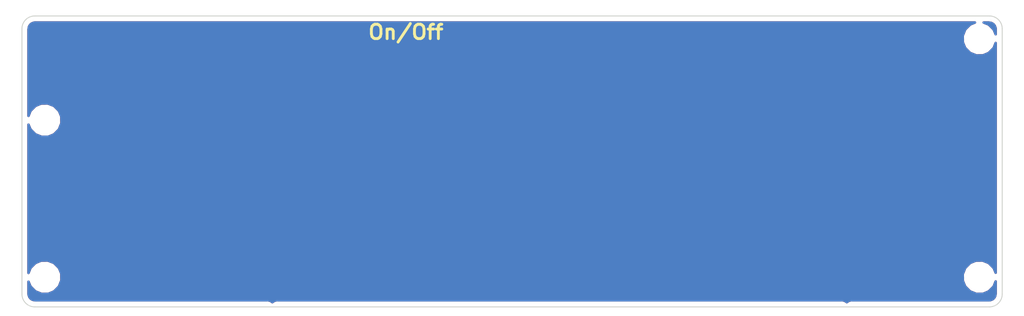
<source format=kicad_pcb>
(kicad_pcb (version 20171130) (host pcbnew "(5.1.5)-3")

  (general
    (thickness 1.6)
    (drawings 9)
    (tracks 0)
    (zones 0)
    (modules 5)
    (nets 1)
  )

  (page A4)
  (layers
    (0 F.Cu signal)
    (31 B.Cu signal)
    (32 B.Adhes user)
    (33 F.Adhes user)
    (34 B.Paste user)
    (35 F.Paste user)
    (36 B.SilkS user)
    (37 F.SilkS user)
    (38 B.Mask user)
    (39 F.Mask user)
    (40 Dwgs.User user)
    (41 Cmts.User user)
    (42 Eco1.User user)
    (43 Eco2.User user)
    (44 Edge.Cuts user)
    (45 Margin user)
    (46 B.CrtYd user)
    (47 F.CrtYd user)
    (48 B.Fab user)
    (49 F.Fab user)
  )

  (setup
    (last_trace_width 0.25)
    (user_trace_width 0.5)
    (trace_clearance 0.2)
    (zone_clearance 0.508)
    (zone_45_only no)
    (trace_min 0.2)
    (via_size 0.8)
    (via_drill 0.4)
    (via_min_size 0.4)
    (via_min_drill 0.3)
    (uvia_size 0.3)
    (uvia_drill 0.1)
    (uvias_allowed no)
    (uvia_min_size 0.2)
    (uvia_min_drill 0.1)
    (edge_width 0.1)
    (segment_width 0.2)
    (pcb_text_width 0.3)
    (pcb_text_size 1.5 1.5)
    (mod_edge_width 0.15)
    (mod_text_size 1 1)
    (mod_text_width 0.15)
    (pad_size 1.5 1.5)
    (pad_drill 0.6)
    (pad_to_mask_clearance 0)
    (solder_mask_min_width 0.25)
    (aux_axis_origin 0 0)
    (grid_origin 35.25 24.5)
    (visible_elements 7FFFFFFF)
    (pcbplotparams
      (layerselection 0x010f0_ffffffff)
      (usegerberextensions false)
      (usegerberattributes false)
      (usegerberadvancedattributes false)
      (creategerberjobfile false)
      (excludeedgelayer true)
      (linewidth 0.100000)
      (plotframeref false)
      (viasonmask false)
      (mode 1)
      (useauxorigin false)
      (hpglpennumber 1)
      (hpglpenspeed 20)
      (hpglpendiameter 15.000000)
      (psnegative false)
      (psa4output false)
      (plotreference true)
      (plotvalue true)
      (plotinvisibletext false)
      (padsonsilk false)
      (subtractmaskfromsilk false)
      (outputformat 1)
      (mirror false)
      (drillshape 0)
      (scaleselection 1)
      (outputdirectory "../../Gerber/ProMicro-Cover/Normal/"))
  )

  (net 0 "")

  (net_class Default "これはデフォルトのネット クラスです。"
    (clearance 0.2)
    (trace_width 0.25)
    (via_dia 0.8)
    (via_drill 0.4)
    (uvia_dia 0.3)
    (uvia_drill 0.1)
  )

  (module kbd:HOLE_m2 (layer F.Cu) (tedit 5CAF8CEE) (tstamp 5D8BB3BE)
    (at 123.35625 -21.00625)
    (descr "Mounting Hole 2.2mm, no annular, M2")
    (tags "mounting hole 2.2mm no annular m2")
    (path /5D88605E)
    (attr virtual)
    (fp_text reference J2 (at 0 -3.2) (layer F.Fab)
      (effects (font (size 1 1) (thickness 0.15)))
    )
    (fp_text value Conn_01x01 (at 0 3.2) (layer F.Fab)
      (effects (font (size 1 1) (thickness 0.15)))
    )
    (fp_text user %R (at 0.3 0) (layer F.Fab)
      (effects (font (size 1 1) (thickness 0.15)))
    )
    (fp_circle (center 0 0) (end 2.2 0) (layer Cmts.User) (width 0.15))
    (fp_circle (center 0 0) (end 2.45 0) (layer F.CrtYd) (width 0.05))
    (pad "" np_thru_hole circle (at 0 0) (size 2.2 2.2) (drill 2.2) (layers *.Cu *.Mask))
  )

  (module kbd:HOLE_m2 (layer F.Cu) (tedit 5CAF8CEE) (tstamp 5D8A520F)
    (at 123.35625 3.9)
    (descr "Mounting Hole 2.2mm, no annular, M2")
    (tags "mounting hole 2.2mm no annular m2")
    (path /5D88F50F)
    (attr virtual)
    (fp_text reference J16 (at 0 -3.2) (layer F.Fab)
      (effects (font (size 1 1) (thickness 0.15)))
    )
    (fp_text value Conn_01x01 (at 0 3.2) (layer F.Fab)
      (effects (font (size 1 1) (thickness 0.15)))
    )
    (fp_circle (center 0 0) (end 2.45 0) (layer F.CrtYd) (width 0.05))
    (fp_circle (center 0 0) (end 2.2 0) (layer Cmts.User) (width 0.15))
    (fp_text user %R (at 0.3 0) (layer F.Fab)
      (effects (font (size 1 1) (thickness 0.15)))
    )
    (pad "" np_thru_hole circle (at 0 0) (size 2.2 2.2) (drill 2.2) (layers *.Cu *.Mask))
  )

  (module kbd:HOLE_m2 (layer F.Cu) (tedit 5CAF8CEE) (tstamp 5D8A51FF)
    (at 25.725 3.9)
    (descr "Mounting Hole 2.2mm, no annular, M2")
    (tags "mounting hole 2.2mm no annular m2")
    (path /5D88F5D5)
    (attr virtual)
    (fp_text reference J18 (at 0 -3.2) (layer F.Fab)
      (effects (font (size 1 1) (thickness 0.15)))
    )
    (fp_text value Conn_01x01 (at 0 3.2) (layer F.Fab)
      (effects (font (size 1 1) (thickness 0.15)))
    )
    (fp_circle (center 0 0) (end 2.45 0) (layer F.CrtYd) (width 0.05))
    (fp_circle (center 0 0) (end 2.2 0) (layer Cmts.User) (width 0.15))
    (fp_text user %R (at 0.3 0) (layer F.Fab)
      (effects (font (size 1 1) (thickness 0.15)))
    )
    (pad "" np_thru_hole circle (at 0 0) (size 2.2 2.2) (drill 2.2) (layers *.Cu *.Mask))
  )

  (module kbd:HOLE_m2 (layer F.Cu) (tedit 5CAF8CEE) (tstamp 5D89C124)
    (at 25.725 -12.50625)
    (descr "Mounting Hole 2.2mm, no annular, M2")
    (tags "mounting hole 2.2mm no annular m2")
    (path /5D88550F)
    (attr virtual)
    (fp_text reference J10 (at 0 -3.2) (layer F.Fab)
      (effects (font (size 1 1) (thickness 0.15)))
    )
    (fp_text value Conn_01x01 (at 0 3.2) (layer F.Fab)
      (effects (font (size 1 1) (thickness 0.15)))
    )
    (fp_circle (center 0 0) (end 2.45 0) (layer F.CrtYd) (width 0.05))
    (fp_circle (center 0 0) (end 2.2 0) (layer Cmts.User) (width 0.15))
    (fp_text user %R (at 0.3 0) (layer F.Fab)
      (effects (font (size 1 1) (thickness 0.15)))
    )
    (pad "" np_thru_hole circle (at 0 0) (size 2.2 2.2) (drill 2.2) (layers *.Cu *.Mask))
  )

  (module logos:salicylic-acid2m (layer B.Cu) (tedit 0) (tstamp 5D8E5966)
    (at 70.25 -8 180)
    (fp_text reference G*** (at 0 0 180) (layer B.SilkS) hide
      (effects (font (size 1.524 1.524) (thickness 0.3)) (justify mirror))
    )
    (fp_text value LOGO (at 0.75 0 180) (layer B.SilkS) hide
      (effects (font (size 1.524 1.524) (thickness 0.3)) (justify mirror))
    )
    (fp_poly (pts (xy -3.65284 0.356344) (xy -3.567656 0.310362) (xy -3.437364 0.238461) (xy -3.268797 0.144517)
      (xy -3.068786 0.032406) (xy -2.844164 -0.093997) (xy -2.601763 -0.230816) (xy -2.348415 -0.374176)
      (xy -2.090952 -0.5202) (xy -1.836207 -0.665014) (xy -1.591011 -0.804741) (xy -1.362197 -0.935507)
      (xy -1.156598 -1.053436) (xy -0.981044 -1.154651) (xy -0.842369 -1.235278) (xy -0.747405 -1.291442)
      (xy -0.702983 -1.319265) (xy -0.701264 -1.32061) (xy -0.696339 -1.363601) (xy -0.720718 -1.436348)
      (xy -0.723725 -1.442496) (xy -0.772268 -1.540486) (xy -0.82692 -1.6523) (xy -0.834496 -1.667934)
      (xy -0.880207 -1.746379) (xy -0.920609 -1.78973) (xy -0.930568 -1.792865) (xy -0.965912 -1.776084)
      (xy -1.054243 -1.728709) (xy -1.189852 -1.653945) (xy -1.367026 -1.554997) (xy -1.580058 -1.435073)
      (xy -1.823236 -1.297376) (xy -2.090851 -1.145114) (xy -2.377192 -0.981491) (xy -2.443695 -0.943392)
      (xy -3.92219 -0.095988) (xy -3.818719 0.138272) (xy -3.765637 0.250351) (xy -3.719576 0.333211)
      (xy -3.689203 0.371544) (xy -3.686084 0.372533) (xy -3.65284 0.356344)) (layer B.Mask) (width 0.01))
    (fp_poly (pts (xy -6.333067 -5.08) (xy -6.841067 -5.08) (xy -6.841067 -1.490134) (xy -6.333067 -1.490134)
      (xy -6.333067 -5.08)) (layer B.Mask) (width 0.01))
    (fp_poly (pts (xy -0.963019 -4.611786) (xy -0.926551 -4.665818) (xy -0.876676 -4.759859) (xy -0.835438 -4.848434)
      (xy -0.751418 -5.040201) (xy -2.167875 -5.889834) (xy -2.449622 -6.058466) (xy -2.713966 -6.21597)
      (xy -2.955188 -6.358989) (xy -3.167566 -6.484166) (xy -3.345383 -6.588142) (xy -3.482919 -6.66756)
      (xy -3.574454 -6.719063) (xy -3.61427 -6.739293) (xy -3.615185 -6.739467) (xy -3.644264 -6.711373)
      (xy -3.692483 -6.637233) (xy -3.750085 -6.532265) (xy -3.757839 -6.516979) (xy -3.809251 -6.403693)
      (xy -3.838827 -6.31565) (xy -3.841263 -6.269008) (xy -3.839819 -6.267252) (xy -3.805565 -6.244922)
      (xy -3.718884 -6.191429) (xy -3.585549 -6.110256) (xy -3.411335 -6.004888) (xy -3.202016 -5.878809)
      (xy -2.963365 -5.735502) (xy -2.701157 -5.578452) (xy -2.421165 -5.411143) (xy -2.40829 -5.403459)
      (xy -2.078176 -5.206878) (xy -1.801336 -5.043108) (xy -1.573235 -4.909664) (xy -1.389335 -4.804061)
      (xy -1.245102 -4.723815) (xy -1.135999 -4.666441) (xy -1.057489 -4.629454) (xy -1.005038 -4.61037)
      (xy -0.974109 -4.606703) (xy -0.963019 -4.611786)) (layer B.Mask) (width 0.01))
    (fp_poly (pts (xy 1.6256 5.249333) (xy 2.404533 5.249333) (xy 2.404533 5.9944) (xy 2.709333 5.9944)
      (xy 2.709333 4.1656) (xy 2.404533 4.1656) (xy 2.404533 4.9784) (xy 1.6256 4.9784)
      (xy 1.6256 4.1656) (xy 1.3208 4.1656) (xy 1.3208 5.9944) (xy 1.6256 5.9944)
      (xy 1.6256 5.249333)) (layer B.Mask) (width 0.01))
    (fp_poly (pts (xy 0.39018 5.963724) (xy 0.582265 5.872552) (xy 0.739466 5.736759) (xy 0.74608 5.728892)
      (xy 0.855823 5.547013) (xy 0.922974 5.329541) (xy 0.947294 5.093742) (xy 0.928546 4.856879)
      (xy 0.86649 4.636218) (xy 0.763707 4.452695) (xy 0.620093 4.314337) (xy 0.437727 4.212464)
      (xy 0.236373 4.154134) (xy 0.035792 4.146405) (xy -0.0508 4.161793) (xy -0.246948 4.242568)
      (xy -0.420901 4.370646) (xy -0.557295 4.531876) (xy -0.638029 4.702672) (xy -0.663294 4.838075)
      (xy -0.675039 5.011829) (xy -0.674383 5.08) (xy -0.353644 5.08) (xy -0.335157 4.8514)
      (xy -0.277725 4.673039) (xy -0.178393 4.537775) (xy -0.105059 4.479313) (xy 0.049296 4.414016)
      (xy 0.211255 4.414069) (xy 0.364068 4.475633) (xy 0.483803 4.583628) (xy 0.562696 4.736771)
      (xy 0.602705 4.939877) (xy 0.608856 5.077774) (xy 0.587917 5.307022) (xy 0.526115 5.494861)
      (xy 0.427175 5.636031) (xy 0.294819 5.725268) (xy 0.132771 5.75731) (xy 0.128011 5.757333)
      (xy -0.032781 5.726611) (xy -0.165581 5.63842) (xy -0.266146 5.498724) (xy -0.330238 5.313487)
      (xy -0.353615 5.088672) (xy -0.353644 5.08) (xy -0.674383 5.08) (xy -0.673265 5.195915)
      (xy -0.657971 5.362315) (xy -0.638029 5.457327) (xy -0.565434 5.609312) (xy -0.44788 5.759249)
      (xy -0.304955 5.884552) (xy -0.224961 5.933591) (xy -0.030476 5.997836) (xy 0.180252 6.006682)
      (xy 0.39018 5.963724)) (layer B.Mask) (width 0.01))
    (fp_poly (pts (xy -1.574087 5.963724) (xy -1.382001 5.872552) (xy -1.224801 5.736759) (xy -1.218186 5.728892)
      (xy -1.108444 5.547013) (xy -1.041293 5.329541) (xy -1.016972 5.093742) (xy -1.035721 4.856879)
      (xy -1.097777 4.636218) (xy -1.20056 4.452695) (xy -1.344173 4.314337) (xy -1.526539 4.212464)
      (xy -1.727894 4.154134) (xy -1.928474 4.146405) (xy -2.015067 4.161793) (xy -2.211214 4.242568)
      (xy -2.385167 4.370646) (xy -2.521561 4.531876) (xy -2.602296 4.702672) (xy -2.62756 4.838075)
      (xy -2.639306 5.011829) (xy -2.638649 5.08) (xy -2.31791 5.08) (xy -2.299423 4.8514)
      (xy -2.241992 4.673039) (xy -2.14266 4.537775) (xy -2.069325 4.479313) (xy -1.914971 4.414016)
      (xy -1.753012 4.414069) (xy -1.600199 4.475633) (xy -1.480464 4.583628) (xy -1.40157 4.736771)
      (xy -1.361562 4.939877) (xy -1.355411 5.077774) (xy -1.37635 5.307022) (xy -1.438151 5.494861)
      (xy -1.537092 5.636031) (xy -1.669448 5.725268) (xy -1.831496 5.75731) (xy -1.836256 5.757333)
      (xy -1.997048 5.726611) (xy -2.129847 5.63842) (xy -2.230413 5.498724) (xy -2.294505 5.313487)
      (xy -2.317882 5.088672) (xy -2.31791 5.08) (xy -2.638649 5.08) (xy -2.637531 5.195915)
      (xy -2.622238 5.362315) (xy -2.602296 5.457327) (xy -2.5297 5.609312) (xy -2.412146 5.759249)
      (xy -2.269222 5.884552) (xy -2.189228 5.933591) (xy -1.994743 5.997836) (xy -1.784015 6.006682)
      (xy -1.574087 5.963724)) (layer B.Mask) (width 0.01))
    (fp_poly (pts (xy -3.513912 5.996729) (xy -3.481824 5.99047) (xy -3.299844 5.919186) (xy -3.145072 5.794821)
      (xy -3.031057 5.630636) (xy -2.983686 5.502882) (xy -2.96295 5.386683) (xy -2.978516 5.319625)
      (xy -3.037668 5.289646) (xy -3.115733 5.284237) (xy -3.205445 5.29598) (xy -3.263765 5.341477)
      (xy -3.308281 5.436134) (xy -3.316286 5.459892) (xy -3.394096 5.605264) (xy -3.511959 5.707072)
      (xy -3.656608 5.75498) (xy -3.69805 5.757333) (xy -3.79304 5.74779) (xy -3.871441 5.710215)
      (xy -3.961044 5.631189) (xy -3.962666 5.62957) (xy -4.074283 5.474384) (xy -4.143541 5.285438)
      (xy -4.17019 5.079507) (xy -4.153981 4.873368) (xy -4.094664 4.683796) (xy -3.991992 4.527567)
      (xy -3.979229 4.514322) (xy -3.900817 4.445568) (xy -3.825884 4.412557) (xy -3.722605 4.402891)
      (xy -3.692627 4.402667) (xy -3.577353 4.40962) (xy -3.481321 4.427297) (xy -3.449295 4.439266)
      (xy -3.389265 4.49777) (xy -3.328127 4.597187) (xy -3.278512 4.712104) (xy -3.25305 4.817109)
      (xy -3.251944 4.836322) (xy -3.245415 4.8831) (xy -3.215242 4.904188) (xy -3.143769 4.906988)
      (xy -3.090333 4.904055) (xy -2.993638 4.895308) (xy -2.947783 4.877182) (xy -2.935944 4.83726)
      (xy -2.938665 4.792133) (xy -2.98558 4.58634) (xy -3.081286 4.407069) (xy -3.216629 4.266419)
      (xy -3.382454 4.176492) (xy -3.411141 4.167636) (xy -3.612631 4.136467) (xy -3.822642 4.145357)
      (xy -3.975108 4.181487) (xy -4.15201 4.278434) (xy -4.295178 4.424273) (xy -4.402235 4.607856)
      (xy -4.470805 4.818037) (xy -4.49851 5.043669) (xy -4.482972 5.273605) (xy -4.421815 5.496699)
      (xy -4.312662 5.701803) (xy -4.302408 5.716241) (xy -4.153171 5.866997) (xy -3.965945 5.966024)
      (xy -3.749826 6.010281) (xy -3.513912 5.996729)) (layer B.Mask) (width 0.01))
    (fp_poly (pts (xy 4.910667 1.016) (xy 5.6896 1.016) (xy 5.6896 1.761066) (xy 5.9944 1.761066)
      (xy 5.9944 -0.067733) (xy 5.6896 -0.067733) (xy 5.6896 0.745067) (xy 4.910667 0.745067)
      (xy 4.910667 -0.067733) (xy 4.605867 -0.067733) (xy 4.605867 1.761066) (xy 4.910667 1.761066)
      (xy 4.910667 1.016)) (layer B.Mask) (width 0.01))
    (fp_poly (pts (xy 3.675246 1.73039) (xy 3.867332 1.639218) (xy 4.024533 1.503426) (xy 4.031147 1.495559)
      (xy 4.14089 1.31368) (xy 4.20804 1.096208) (xy 4.232361 0.860408) (xy 4.213612 0.623545)
      (xy 4.151556 0.402885) (xy 4.048774 0.219361) (xy 3.90516 0.081003) (xy 3.722794 -0.02087)
      (xy 3.521439 -0.0792) (xy 3.320859 -0.086928) (xy 3.234267 -0.071541) (xy 3.038119 0.009234)
      (xy 2.864166 0.137312) (xy 2.727772 0.298542) (xy 2.647037 0.469339) (xy 2.621773 0.604741)
      (xy 2.610028 0.778495) (xy 2.610684 0.846667) (xy 2.931423 0.846667) (xy 2.94991 0.618067)
      (xy 3.007342 0.439706) (xy 3.106674 0.304441) (xy 3.180008 0.24598) (xy 3.334363 0.180682)
      (xy 3.496322 0.180736) (xy 3.649135 0.2423) (xy 3.76887 0.350294) (xy 3.847763 0.503438)
      (xy 3.887772 0.706544) (xy 3.893923 0.844441) (xy 3.872984 1.073688) (xy 3.811182 1.261528)
      (xy 3.712241 1.402697) (xy 3.579885 1.491935) (xy 3.417837 1.523977) (xy 3.413077 1.524)
      (xy 3.252285 1.493278) (xy 3.119486 1.405087) (xy 3.01892 1.265391) (xy 2.954828 1.080154)
      (xy 2.931452 0.855339) (xy 2.931423 0.846667) (xy 2.610684 0.846667) (xy 2.611802 0.962582)
      (xy 2.627095 1.128982) (xy 2.647037 1.223994) (xy 2.719633 1.375979) (xy 2.837187 1.525915)
      (xy 2.980112 1.651218) (xy 3.060105 1.700257) (xy 3.254591 1.764502) (xy 3.465319 1.773349)
      (xy 3.675246 1.73039)) (layer B.Mask) (width 0.01))
    (fp_poly (pts (xy -3.471333 1.103234) (xy -1.829736 0.164989) (xy -1.471231 -0.039602) (xy -1.166793 -0.212541)
      (xy -0.911923 -0.3562) (xy -0.702121 -0.472955) (xy -0.532889 -0.565179) (xy -0.399727 -0.635245)
      (xy -0.298136 -0.68553) (xy -0.223618 -0.718405) (xy -0.171672 -0.736245) (xy -0.1378 -0.741425)
      (xy -0.119469 -0.737446) (xy -0.074873 -0.712685) (xy 0.021288 -0.658257) (xy 0.161856 -0.578248)
      (xy 0.339671 -0.476746) (xy 0.547573 -0.357836) (xy 0.778405 -0.225604) (xy 0.999181 -0.098961)
      (xy 1.243753 0.04113) (xy 1.471258 0.170889) (xy 1.674653 0.28634) (xy 1.846894 0.38351)
      (xy 1.980937 0.458422) (xy 2.069739 0.507104) (xy 2.105281 0.525251) (xy 2.143652 0.522078)
      (xy 2.189616 0.478224) (xy 2.250963 0.384977) (xy 2.287266 0.321718) (xy 2.347366 0.203834)
      (xy 2.381394 0.114719) (xy 2.384235 0.067986) (xy 2.383126 0.066646) (xy 2.347745 0.043424)
      (xy 2.260322 -0.009398) (xy 2.127647 -0.08785) (xy 1.956505 -0.18796) (xy 1.753684 -0.305758)
      (xy 1.525973 -0.437272) (xy 1.286628 -0.574825) (xy 0.220133 -1.186291) (xy 0.2032 -3.255626)
      (xy 0.186266 -5.32496) (xy -1.769889 -6.52328) (xy -2.100463 -6.725708) (xy -2.413733 -6.917386)
      (xy -2.704973 -7.095433) (xy -2.96946 -7.25697) (xy -3.202469 -7.399114) (xy -3.399275 -7.518985)
      (xy -3.555155 -7.613702) (xy -3.665384 -7.680384) (xy -3.725237 -7.716149) (xy -3.734989 -7.7216)
      (xy -3.765109 -7.705208) (xy -3.849177 -7.657861) (xy -3.982382 -7.582302) (xy -4.159917 -7.481273)
      (xy -4.376971 -7.357518) (xy -4.628736 -7.21378) (xy -4.910403 -7.052801) (xy -5.217164 -6.877325)
      (xy -5.544208 -6.690095) (xy -5.732766 -6.582082) (xy -7.7216 -5.442565) (xy -7.720373 -3.220816)
      (xy -7.719258 -1.202267) (xy -7.177965 -1.202267) (xy -7.170383 -3.196828) (xy -7.1628 -5.191388)
      (xy -5.452533 -6.164709) (xy -3.742267 -7.138029) (xy -3.623734 -7.075699) (xy -3.572434 -7.04711)
      (xy -3.468465 -6.987798) (xy -3.317679 -6.901146) (xy -3.125925 -6.790536) (xy -2.899057 -6.65935)
      (xy -2.642925 -6.51097) (xy -2.363381 -6.348776) (xy -2.066277 -6.176152) (xy -1.913467 -6.087275)
      (xy -0.321734 -5.161179) (xy -0.314197 -3.16479) (xy -0.306661 -1.1684) (xy -2.000492 -0.2032)
      (xy -2.311764 -0.026113) (xy -2.606198 0.140842) (xy -2.878408 0.294649) (xy -3.12301 0.432292)
      (xy -3.33462 0.550754) (xy -3.507853 0.647019) (xy -3.637324 0.71807) (xy -3.717649 0.760893)
      (xy -3.742831 0.772783) (xy -3.78016 0.758056) (xy -3.870469 0.71184) (xy -4.008439 0.637136)
      (xy -4.188754 0.53694) (xy -4.406097 0.414251) (xy -4.65515 0.272068) (xy -4.930594 0.113388)
      (xy -5.227114 -0.05879) (xy -5.484652 -0.20935) (xy -7.177965 -1.202267) (xy -7.719258 -1.202267)
      (xy -7.719145 -0.999067) (xy -5.857756 0.084667) (xy -3.996367 1.1684) (xy -3.996267 3.8608)
      (xy -3.489027 3.8608) (xy -3.471333 1.103234)) (layer B.Mask) (width 0.01))
  )

  (gr_text On/Off (at 63.45 -21.7) (layer F.SilkS)
    (effects (font (size 1.5 1.5) (thickness 0.3)))
  )
  (gr_arc (start 24.68375 5.66) (end 23.34375 5.66) (angle -90) (layer Edge.Cuts) (width 0.1) (tstamp 5D88EC86))
  (gr_arc (start 124.3975 5.66) (end 124.3975 7) (angle -90) (layer Edge.Cuts) (width 0.1) (tstamp 5D88EC73))
  (gr_line (start 125.7375 -22.0475) (end 125.7375 5.65) (layer Edge.Cuts) (width 0.1) (tstamp 5D88EB39))
  (gr_line (start 24.68375 7) (end 124.3975 7) (layer Edge.Cuts) (width 0.1))
  (gr_line (start 23.34375 -22.0475) (end 23.34375 5.65) (layer Edge.Cuts) (width 0.1))
  (gr_arc (start 124.3975 -22.0475) (end 125.7375 -22.0475) (angle -90) (layer Edge.Cuts) (width 0.1))
  (gr_arc (start 24.68375 -22.0475) (end 24.68375 -23.3875) (angle -90) (layer Edge.Cuts) (width 0.1) (tstamp 5D8FD2B3))
  (gr_line (start 124.3975 -23.3875) (end 24.68375 -23.3875) (layer Edge.Cuts) (width 0.1))

  (zone (net 0) (net_name "") (layer F.Cu) (tstamp 5DC59F47) (hatch edge 0.508)
    (connect_pads (clearance 0.508))
    (min_thickness 0.254)
    (fill yes (arc_segments 16) (thermal_gap 0.508) (thermal_bridge_width 0.508))
    (polygon
      (pts
        (xy 125.75 7) (xy 23.5 6.75) (xy 23.325 -23.375) (xy 125.75 -23.35)
      )
    )
    (filled_polygon
      (pts
        (xy 122.421891 -22.508349) (xy 122.416534 -22.494957) (xy 122.373451 -22.477112) (xy 121.885388 -21.989049) (xy 121.867543 -21.945966)
        (xy 121.854151 -21.940609) (xy 121.742497 -21.644079) (xy 121.62125 -21.351363) (xy 121.62125 -21.322073) (xy 121.610927 -21.294657)
        (xy 121.62125 -20.977966) (xy 121.62125 -20.661137) (xy 121.63246 -20.634074) (xy 121.633414 -20.604797) (xy 121.854151 -20.071891)
        (xy 121.867543 -20.066534) (xy 121.885388 -20.023451) (xy 122.373451 -19.535388) (xy 122.416534 -19.517543) (xy 122.421891 -19.504151)
        (xy 122.718421 -19.392497) (xy 123.011137 -19.27125) (xy 123.040427 -19.27125) (xy 123.067843 -19.260927) (xy 123.384534 -19.27125)
        (xy 123.701363 -19.27125) (xy 123.728426 -19.28246) (xy 123.757703 -19.283414) (xy 124.290609 -19.504151) (xy 124.295966 -19.517543)
        (xy 124.339049 -19.535388) (xy 124.827112 -20.023451) (xy 124.844957 -20.066534) (xy 124.858349 -20.071891) (xy 124.970003 -20.368421)
        (xy 125.0525 -20.567586) (xy 125.052501 3.434365) (xy 124.858349 2.965641) (xy 124.844957 2.960284) (xy 124.827112 2.917201)
        (xy 124.339049 2.429138) (xy 124.295966 2.411293) (xy 124.290609 2.397901) (xy 123.994079 2.286247) (xy 123.701363 2.165)
        (xy 123.672073 2.165) (xy 123.644657 2.154677) (xy 123.327966 2.165) (xy 123.011137 2.165) (xy 122.984074 2.17621)
        (xy 122.954797 2.177164) (xy 122.421891 2.397901) (xy 122.416534 2.411293) (xy 122.373451 2.429138) (xy 121.885388 2.917201)
        (xy 121.867543 2.960284) (xy 121.854151 2.965641) (xy 121.742497 3.262171) (xy 121.62125 3.554887) (xy 121.62125 3.584177)
        (xy 121.610927 3.611593) (xy 121.62125 3.928284) (xy 121.62125 4.245113) (xy 121.63246 4.272176) (xy 121.633414 4.301453)
        (xy 121.854151 4.834359) (xy 121.867543 4.839716) (xy 121.885388 4.882799) (xy 122.373451 5.370862) (xy 122.416534 5.388707)
        (xy 122.421891 5.402099) (xy 122.718421 5.513753) (xy 123.011137 5.635) (xy 123.040427 5.635) (xy 123.067843 5.645323)
        (xy 123.384534 5.635) (xy 123.701363 5.635) (xy 123.728426 5.62379) (xy 123.757703 5.622836) (xy 124.290609 5.402099)
        (xy 124.295966 5.388707) (xy 124.339049 5.370862) (xy 124.827112 4.882799) (xy 124.844957 4.839716) (xy 124.858349 4.834359)
        (xy 124.970003 4.537829) (xy 125.052501 4.338662) (xy 125.052501 5.600066) (xy 125.003069 5.880408) (xy 124.891163 6.074234)
        (xy 124.719719 6.218094) (xy 124.480645 6.305109) (xy 124.367595 6.315) (xy 110.067461 6.315) (xy 110 6.301581)
        (xy 109.932538 6.315) (xy 109.732727 6.354745) (xy 109.506143 6.506143) (xy 109.5 6.515337) (xy 109.493857 6.506143)
        (xy 109.267273 6.354745) (xy 109.067462 6.315) (xy 109.067461 6.315) (xy 109 6.301581) (xy 108.932538 6.315)
        (xy 50.067461 6.315) (xy 50 6.301581) (xy 49.932538 6.315) (xy 49.732727 6.354745) (xy 49.506143 6.506143)
        (xy 49.5 6.515337) (xy 49.493857 6.506143) (xy 49.267273 6.354745) (xy 49.067462 6.315) (xy 49.067461 6.315)
        (xy 49 6.301581) (xy 48.932538 6.315) (xy 24.743678 6.315) (xy 24.463342 6.265569) (xy 24.269516 6.153663)
        (xy 24.125656 5.982219) (xy 24.038641 5.743145) (xy 24.02875 5.630095) (xy 24.02875 4.365637) (xy 24.222901 4.834359)
        (xy 24.236293 4.839716) (xy 24.254138 4.882799) (xy 24.742201 5.370862) (xy 24.785284 5.388707) (xy 24.790641 5.402099)
        (xy 25.087171 5.513753) (xy 25.379887 5.635) (xy 25.409177 5.635) (xy 25.436593 5.645323) (xy 25.753284 5.635)
        (xy 26.070113 5.635) (xy 26.097176 5.62379) (xy 26.126453 5.622836) (xy 26.659359 5.402099) (xy 26.664716 5.388707)
        (xy 26.707799 5.370862) (xy 27.195862 4.882799) (xy 27.213707 4.839716) (xy 27.227099 4.834359) (xy 27.338753 4.537829)
        (xy 27.46 4.245113) (xy 27.46 4.215823) (xy 27.470323 4.188407) (xy 27.46 3.871716) (xy 27.46 3.554887)
        (xy 27.44879 3.527824) (xy 27.447836 3.498547) (xy 27.227099 2.965641) (xy 27.213707 2.960284) (xy 27.195862 2.917201)
        (xy 26.707799 2.429138) (xy 26.664716 2.411293) (xy 26.659359 2.397901) (xy 26.362829 2.286247) (xy 26.070113 2.165)
        (xy 26.040823 2.165) (xy 26.013407 2.154677) (xy 25.696716 2.165) (xy 25.379887 2.165) (xy 25.352824 2.17621)
        (xy 25.323547 2.177164) (xy 24.790641 2.397901) (xy 24.785284 2.411293) (xy 24.742201 2.429138) (xy 24.254138 2.917201)
        (xy 24.236293 2.960284) (xy 24.222901 2.965641) (xy 24.111247 3.262171) (xy 24.02875 3.461336) (xy 24.02875 -12.040613)
        (xy 24.222901 -11.571891) (xy 24.236293 -11.566534) (xy 24.254138 -11.523451) (xy 24.742201 -11.035388) (xy 24.785284 -11.017543)
        (xy 24.790641 -11.004151) (xy 25.087171 -10.892497) (xy 25.379887 -10.77125) (xy 25.409177 -10.77125) (xy 25.436593 -10.760927)
        (xy 25.753284 -10.77125) (xy 26.070113 -10.77125) (xy 26.097176 -10.78246) (xy 26.126453 -10.783414) (xy 26.659359 -11.004151)
        (xy 26.664716 -11.017543) (xy 26.707799 -11.035388) (xy 27.195862 -11.523451) (xy 27.213707 -11.566534) (xy 27.227099 -11.571891)
        (xy 27.338753 -11.868421) (xy 27.46 -12.161137) (xy 27.46 -12.190427) (xy 27.470323 -12.217843) (xy 27.46 -12.534534)
        (xy 27.46 -12.851363) (xy 27.44879 -12.878426) (xy 27.447836 -12.907703) (xy 27.227099 -13.440609) (xy 27.213707 -13.445966)
        (xy 27.195862 -13.489049) (xy 26.707799 -13.977112) (xy 26.664716 -13.994957) (xy 26.659359 -14.008349) (xy 26.362829 -14.120003)
        (xy 26.070113 -14.24125) (xy 26.040823 -14.24125) (xy 26.013407 -14.251573) (xy 25.696716 -14.24125) (xy 25.379887 -14.24125)
        (xy 25.352824 -14.23004) (xy 25.323547 -14.229086) (xy 24.790641 -14.008349) (xy 24.785284 -13.994957) (xy 24.742201 -13.977112)
        (xy 24.254138 -13.489049) (xy 24.236293 -13.445966) (xy 24.222901 -13.440609) (xy 24.111247 -13.144079) (xy 24.02875 -12.944914)
        (xy 24.02875 -21.987572) (xy 24.078181 -22.267908) (xy 24.190086 -22.461734) (xy 24.361532 -22.605594) (xy 24.600602 -22.692609)
        (xy 24.713655 -22.7025) (xy 122.890613 -22.7025)
      )
    )
    (filled_polygon
      (pts
        (xy 124.617908 -22.653069) (xy 124.811734 -22.541164) (xy 124.955594 -22.369718) (xy 125.042609 -22.130648) (xy 125.0525 -22.017595)
        (xy 125.0525 -21.471887) (xy 124.858349 -21.940609) (xy 124.844957 -21.945966) (xy 124.827112 -21.989049) (xy 124.339049 -22.477112)
        (xy 124.295966 -22.494957) (xy 124.290609 -22.508349) (xy 123.994079 -22.620003) (xy 123.794914 -22.7025) (xy 124.337572 -22.7025)
      )
    )
  )
  (zone (net 0) (net_name "") (layer B.Cu) (tstamp 5DC59F44) (hatch edge 0.508)
    (connect_pads (clearance 0.508))
    (min_thickness 0.254)
    (fill yes (arc_segments 16) (thermal_gap 0.508) (thermal_bridge_width 0.508))
    (polygon
      (pts
        (xy 125.75 -23.35) (xy 125.75 7) (xy 23.5 7) (xy 23.325 -23.375)
      )
    )
    (filled_polygon
      (pts
        (xy 122.421891 -22.508349) (xy 122.416534 -22.494957) (xy 122.373451 -22.477112) (xy 121.885388 -21.989049) (xy 121.867543 -21.945966)
        (xy 121.854151 -21.940609) (xy 121.742497 -21.644079) (xy 121.62125 -21.351363) (xy 121.62125 -21.322073) (xy 121.610927 -21.294657)
        (xy 121.62125 -20.977966) (xy 121.62125 -20.661137) (xy 121.63246 -20.634074) (xy 121.633414 -20.604797) (xy 121.854151 -20.071891)
        (xy 121.867543 -20.066534) (xy 121.885388 -20.023451) (xy 122.373451 -19.535388) (xy 122.416534 -19.517543) (xy 122.421891 -19.504151)
        (xy 122.718421 -19.392497) (xy 123.011137 -19.27125) (xy 123.040427 -19.27125) (xy 123.067843 -19.260927) (xy 123.384534 -19.27125)
        (xy 123.701363 -19.27125) (xy 123.728426 -19.28246) (xy 123.757703 -19.283414) (xy 124.290609 -19.504151) (xy 124.295966 -19.517543)
        (xy 124.339049 -19.535388) (xy 124.827112 -20.023451) (xy 124.844957 -20.066534) (xy 124.858349 -20.071891) (xy 124.970003 -20.368421)
        (xy 125.0525 -20.567586) (xy 125.052501 3.434365) (xy 124.858349 2.965641) (xy 124.844957 2.960284) (xy 124.827112 2.917201)
        (xy 124.339049 2.429138) (xy 124.295966 2.411293) (xy 124.290609 2.397901) (xy 123.994079 2.286247) (xy 123.701363 2.165)
        (xy 123.672073 2.165) (xy 123.644657 2.154677) (xy 123.327966 2.165) (xy 123.011137 2.165) (xy 122.984074 2.17621)
        (xy 122.954797 2.177164) (xy 122.421891 2.397901) (xy 122.416534 2.411293) (xy 122.373451 2.429138) (xy 121.885388 2.917201)
        (xy 121.867543 2.960284) (xy 121.854151 2.965641) (xy 121.742497 3.262171) (xy 121.62125 3.554887) (xy 121.62125 3.584177)
        (xy 121.610927 3.611593) (xy 121.62125 3.928284) (xy 121.62125 4.245113) (xy 121.63246 4.272176) (xy 121.633414 4.301453)
        (xy 121.854151 4.834359) (xy 121.867543 4.839716) (xy 121.885388 4.882799) (xy 122.373451 5.370862) (xy 122.416534 5.388707)
        (xy 122.421891 5.402099) (xy 122.718421 5.513753) (xy 123.011137 5.635) (xy 123.040427 5.635) (xy 123.067843 5.645323)
        (xy 123.384534 5.635) (xy 123.701363 5.635) (xy 123.728426 5.62379) (xy 123.757703 5.622836) (xy 124.290609 5.402099)
        (xy 124.295966 5.388707) (xy 124.339049 5.370862) (xy 124.827112 4.882799) (xy 124.844957 4.839716) (xy 124.858349 4.834359)
        (xy 124.970003 4.537829) (xy 125.052501 4.338662) (xy 125.052501 5.600066) (xy 125.003069 5.880408) (xy 124.891163 6.074234)
        (xy 124.719719 6.218094) (xy 124.480645 6.305109) (xy 124.367595 6.315) (xy 110.067461 6.315) (xy 110 6.301581)
        (xy 109.932538 6.315) (xy 109.732727 6.354745) (xy 109.506143 6.506143) (xy 109.5 6.515337) (xy 109.493857 6.506143)
        (xy 109.267273 6.354745) (xy 109.067462 6.315) (xy 109.067461 6.315) (xy 109 6.301581) (xy 108.932538 6.315)
        (xy 50.067461 6.315) (xy 50 6.301581) (xy 49.932538 6.315) (xy 49.732727 6.354745) (xy 49.506143 6.506143)
        (xy 49.5 6.515337) (xy 49.493857 6.506143) (xy 49.267273 6.354745) (xy 49.067462 6.315) (xy 49.067461 6.315)
        (xy 49 6.301581) (xy 48.932538 6.315) (xy 24.743678 6.315) (xy 24.463342 6.265569) (xy 24.269516 6.153663)
        (xy 24.125656 5.982219) (xy 24.038641 5.743145) (xy 24.02875 5.630095) (xy 24.02875 4.365637) (xy 24.222901 4.834359)
        (xy 24.236293 4.839716) (xy 24.254138 4.882799) (xy 24.742201 5.370862) (xy 24.785284 5.388707) (xy 24.790641 5.402099)
        (xy 25.087171 5.513753) (xy 25.379887 5.635) (xy 25.409177 5.635) (xy 25.436593 5.645323) (xy 25.753284 5.635)
        (xy 26.070113 5.635) (xy 26.097176 5.62379) (xy 26.126453 5.622836) (xy 26.659359 5.402099) (xy 26.664716 5.388707)
        (xy 26.707799 5.370862) (xy 27.195862 4.882799) (xy 27.213707 4.839716) (xy 27.227099 4.834359) (xy 27.338753 4.537829)
        (xy 27.46 4.245113) (xy 27.46 4.215823) (xy 27.470323 4.188407) (xy 27.46 3.871716) (xy 27.46 3.554887)
        (xy 27.44879 3.527824) (xy 27.447836 3.498547) (xy 27.227099 2.965641) (xy 27.213707 2.960284) (xy 27.195862 2.917201)
        (xy 26.707799 2.429138) (xy 26.664716 2.411293) (xy 26.659359 2.397901) (xy 26.362829 2.286247) (xy 26.070113 2.165)
        (xy 26.040823 2.165) (xy 26.013407 2.154677) (xy 25.696716 2.165) (xy 25.379887 2.165) (xy 25.352824 2.17621)
        (xy 25.323547 2.177164) (xy 24.790641 2.397901) (xy 24.785284 2.411293) (xy 24.742201 2.429138) (xy 24.254138 2.917201)
        (xy 24.236293 2.960284) (xy 24.222901 2.965641) (xy 24.111247 3.262171) (xy 24.02875 3.461336) (xy 24.02875 -12.040613)
        (xy 24.222901 -11.571891) (xy 24.236293 -11.566534) (xy 24.254138 -11.523451) (xy 24.742201 -11.035388) (xy 24.785284 -11.017543)
        (xy 24.790641 -11.004151) (xy 25.087171 -10.892497) (xy 25.379887 -10.77125) (xy 25.409177 -10.77125) (xy 25.436593 -10.760927)
        (xy 25.753284 -10.77125) (xy 26.070113 -10.77125) (xy 26.097176 -10.78246) (xy 26.126453 -10.783414) (xy 26.659359 -11.004151)
        (xy 26.664716 -11.017543) (xy 26.707799 -11.035388) (xy 27.195862 -11.523451) (xy 27.213707 -11.566534) (xy 27.227099 -11.571891)
        (xy 27.338753 -11.868421) (xy 27.46 -12.161137) (xy 27.46 -12.190427) (xy 27.470323 -12.217843) (xy 27.46 -12.534534)
        (xy 27.46 -12.851363) (xy 27.44879 -12.878426) (xy 27.447836 -12.907703) (xy 27.227099 -13.440609) (xy 27.213707 -13.445966)
        (xy 27.195862 -13.489049) (xy 26.707799 -13.977112) (xy 26.664716 -13.994957) (xy 26.659359 -14.008349) (xy 26.362829 -14.120003)
        (xy 26.070113 -14.24125) (xy 26.040823 -14.24125) (xy 26.013407 -14.251573) (xy 25.696716 -14.24125) (xy 25.379887 -14.24125)
        (xy 25.352824 -14.23004) (xy 25.323547 -14.229086) (xy 24.790641 -14.008349) (xy 24.785284 -13.994957) (xy 24.742201 -13.977112)
        (xy 24.254138 -13.489049) (xy 24.236293 -13.445966) (xy 24.222901 -13.440609) (xy 24.111247 -13.144079) (xy 24.02875 -12.944914)
        (xy 24.02875 -21.987572) (xy 24.078181 -22.267908) (xy 24.190086 -22.461734) (xy 24.361532 -22.605594) (xy 24.600602 -22.692609)
        (xy 24.713655 -22.7025) (xy 122.890613 -22.7025)
      )
    )
    (filled_polygon
      (pts
        (xy 124.617908 -22.653069) (xy 124.811734 -22.541164) (xy 124.955594 -22.369718) (xy 125.042609 -22.130648) (xy 125.0525 -22.017595)
        (xy 125.0525 -21.471887) (xy 124.858349 -21.940609) (xy 124.844957 -21.945966) (xy 124.827112 -21.989049) (xy 124.339049 -22.477112)
        (xy 124.295966 -22.494957) (xy 124.290609 -22.508349) (xy 123.994079 -22.620003) (xy 123.794914 -22.7025) (xy 124.337572 -22.7025)
      )
    )
  )
)

</source>
